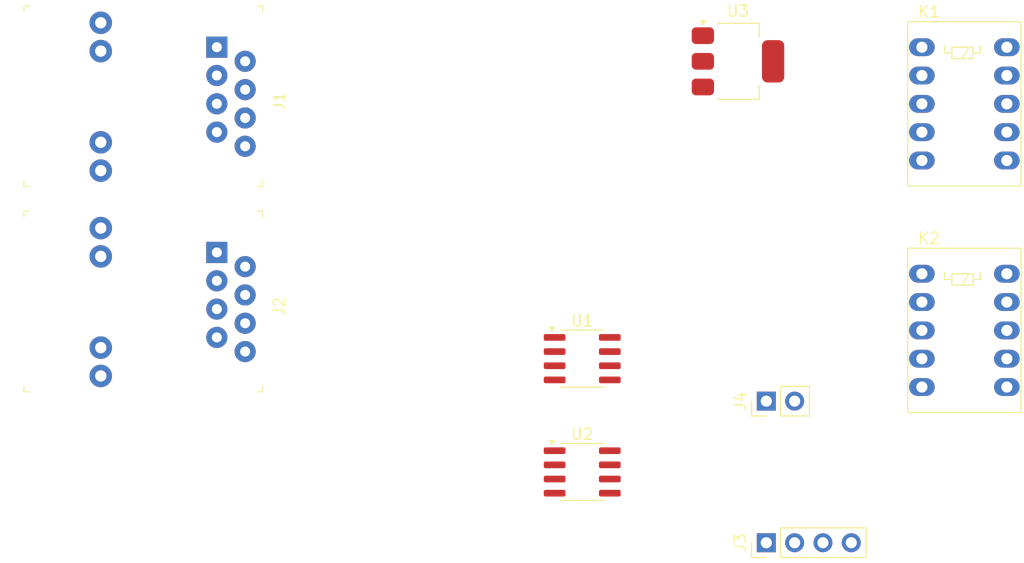
<source format=kicad_pcb>
(kicad_pcb (version 20221018) (generator pcbnew)
  (layers (0 "F.Cu" signal) (31 "B.Cu" signal) (34 "B.Paste" user) (35 "F.Paste" user) (36 "B.SilkS" user "B.Silkscreen") (37 "F.SilkS" user "F.Silkscreen") (38 "B.Mask" user) (39 "F.Mask" user) (44 "Edge.Cuts" user))
  (net 0 "")
  (net 1 "GND")
  (net 18 "GND1")
  (net 19 "+5V")
  (net 20 "+8V")
  (net 21 "/CTXD")
  (net 22 "/CRXD")
  (net 23 "/SPG")
  (net 24 "/SP")
  (net 25 "/MIC")
  (net 26 "/CLN")
  (net 27 "+3.3V")
  (net 28 "/GP17-I2C0_SCL")
  (net 29 "/GP16-I2C0_SDA")
  (footprint "Package_SO:SOIC-8_3.9x4.9mm_P1.27mm" (layer "F.Cu") (at 175.26 119.38)
    (fp_text reference "U2" (at 0 -3.4) (layer "F.SilkS"))
    (fp_text value "ADuM1201AR")
    (fp_line (start 0 -2.56) (end -1.95 -2.56) (stroke (width 0.12)) (layer "F.SilkS"))
    (fp_line (start 0 -2.56) (end 1.95 -2.56) (stroke (width 0.12)) (layer "F.SilkS"))
    (fp_line (start 0 2.56) (end -1.95 2.56) (stroke (width 0.12)) (layer "F.SilkS"))
    (fp_line (start 0 2.56) (end 1.95 2.56) (stroke (width 0.12)) (layer "F.SilkS"))
    (fp_poly (pts (xy -2.7 -2.465) (xy -2.94 -2.795) (xy -2.46 -2.795) (xy -2.7 -2.465)) (stroke (width 0.12)) (fill solid) (layer "F.SilkS"))
    (pad "1" smd roundrect (at -2.475 -1.905) (size 1.95 0.6) (layers "F.Cu" "F.Paste" "F.Mask"))
    (pad "2" smd roundrect (at -2.475 -0.635) (size 1.95 0.6) (layers "F.Cu" "F.Paste" "F.Mask"))
    (pad "3" smd roundrect (at -2.475 0.635) (size 1.95 0.6) (layers "F.Cu" "F.Paste" "F.Mask"))
    (pad "4" smd roundrect (at -2.475 1.905) (size 1.95 0.6) (layers "F.Cu" "F.Paste" "F.Mask"))
    (pad "5" smd roundrect (at 2.475 1.905) (size 1.95 0.6) (layers "F.Cu" "F.Paste" "F.Mask"))
    (pad "6" smd roundrect (at 2.475 0.635) (size 1.95 0.6) (layers "F.Cu" "F.Paste" "F.Mask"))
    (pad "7" smd roundrect (at 2.475 -0.635) (size 1.95 0.6) (layers "F.Cu" "F.Paste" "F.Mask"))
    (pad "8" smd roundrect (at 2.475 -1.905) (size 1.95 0.6) (layers "F.Cu" "F.Paste" "F.Mask"))
  )
  (footprint "digikey-footprints:Ethernet_Jack_ARJC02-111008B" (layer "F.Cu") (at 142.485 99.695 -90)
    (fp_text reference "J2" (at 4.85 -5.61 -90) (layer "F.SilkS"))
    (fp_text value "RJ45")
    (fp_line (start -3.7 -4.1) (end -3.7 -3.6) (stroke (width 0.1)) (layer "F.SilkS"))
    (fp_line (start -3.7 -4.1) (end -3.2 -4.1) (stroke (width 0.1)) (layer "F.SilkS"))
    (fp_line (start -3.7 17.3) (end -3.7 16.8) (stroke (width 0.1)) (layer "F.SilkS"))
    (fp_line (start -3.7 17.3) (end -3.2 17.3) (stroke (width 0.1)) (layer "F.SilkS"))
    (fp_line (start 12.5 -4.1) (end 12 -4.1) (stroke (width 0.1)) (layer "F.SilkS"))
    (fp_line (start 12.5 -4.1) (end 12.5 -3.6) (stroke (width 0.1)) (layer "F.SilkS"))
    (fp_line (start 12.5 17.3) (end 12 17.3) (stroke (width 0.1)) (layer "F.SilkS"))
    (fp_line (start 12.5 17.3) (end 12.5 16.8) (stroke (width 0.1)) (layer "F.SilkS"))
    (pad "" np_thru_hole circle (at -3.43 3.3 270) (size 1.6 1.6) (drill 1.6) (layers "*.Cu" "*.Mask"))
    (pad "" np_thru_hole circle (at -1.27 6.35 270) (size 3.2 3.2) (drill 3.2) (layers "*.Cu" "*.Mask"))
    (pad "" np_thru_hole circle (at 10.16 6.35 270) (size 3.2 3.2) (drill 3.2) (layers "*.Cu" "*.Mask"))
    (pad "" np_thru_hole circle (at 12.32 3.3 270) (size 1.6 1.6) (drill 1.6) (layers "*.Cu" "*.Mask"))
    (pad "1" thru_hole rect (at 0 0 270) (size 1.9 1.9) (drill 0.9) (layers "*.Cu" "*.Mask") (net 21 "/CTXD"))
    (pad "2" thru_hole circle (at 1.27 -2.54 270) (size 1.9 1.9) (drill 0.9) (layers "*.Cu" "*.Mask") (net 22 "/CRXD"))
    (pad "3" thru_hole circle (at 2.54 0 270) (size 1.9 1.9) (drill 0.9) (layers "*.Cu" "*.Mask") (net 20 "+8V"))
    (pad "4" thru_hole circle (at 3.81 -2.54 270) (size 1.9 1.9) (drill 0.9) (layers "*.Cu" "*.Mask") (net 26 "/CLN"))
    (pad "5" thru_hole circle (at 5.08 0 270) (size 1.9 1.9) (drill 0.9) (layers "*.Cu" "*.Mask") (net 25 "/MIC"))
    (pad "6" thru_hole circle (at 6.35 -2.54 270) (size 1.9 1.9) (drill 0.9) (layers "*.Cu" "*.Mask") (net 18 "GND1"))
    (pad "7" thru_hole circle (at 7.62 0 270) (size 1.9 1.9) (drill 0.9) (layers "*.Cu" "*.Mask") (net 24 "/SP"))
    (pad "8" thru_hole circle (at 8.89 -2.54 270) (size 1.9 1.9) (drill 0.9) (layers "*.Cu" "*.Mask") (net 23 "/SPG"))
    (pad "9" thru_hole circle (at -2.185 10.41 270) (size 2.02 2.02) (drill 1.02) (layers "*.Cu" "*.Mask") (net 18 "GND1"))
    (pad "10" thru_hole circle (at 0.355 10.41 270) (size 2.02 2.02) (drill 1.02) (layers "*.Cu" "*.Mask"))
    (pad "11" thru_hole circle (at 8.535 10.41 270) (size 2.02 2.02) (drill 1.02) (layers "*.Cu" "*.Mask"))
    (pad "12" thru_hole circle (at 11.075 10.41 270) (size 2.02 2.02) (drill 1.02) (layers "*.Cu" "*.Mask"))
  )
  (footprint "Connector_PinHeader_2.54mm:PinHeader_1x02_P2.54mm_Vertical" (layer "F.Cu") (at 191.77 113.03 90)
    (fp_text reference "J4" (at 0 -2.33 90) (layer "F.SilkS"))
    (fp_text value "NP")
    (fp_line (start -1.33 -1.33) (end 0 -1.33) (stroke (width 0.12)) (layer "F.SilkS"))
    (fp_line (start -1.33 0) (end -1.33 -1.33) (stroke (width 0.12)) (layer "F.SilkS"))
    (fp_line (start -1.33 1.27) (end -1.33 3.87) (stroke (width 0.12)) (layer "F.SilkS"))
    (fp_line (start -1.33 1.27) (end 1.33 1.27) (stroke (width 0.12)) (layer "F.SilkS"))
    (fp_line (start -1.33 3.87) (end 1.33 3.87) (stroke (width 0.12)) (layer "F.SilkS"))
    (fp_line (start 1.33 1.27) (end 1.33 3.87) (stroke (width 0.12)) (layer "F.SilkS"))
    (pad "1" thru_hole rect (at 0 0 90) (size 1.7 1.7) (drill 1) (layers "*.Cu" "*.Mask") (net 1 "GND"))
    (pad "2" thru_hole oval (at 0 2.54 90) (size 1.7 1.7) (drill 1) (layers "*.Cu" "*.Mask") (net 18 "GND1"))
  )
  (footprint "digikey-footprints:Ethernet_Jack_ARJC02-111008B" (layer "F.Cu") (at 142.485 81.28 -90)
    (fp_text reference "J1" (at 4.85 -5.61 -90) (layer "F.SilkS"))
    (fp_text value "RJ45")
    (fp_line (start -3.7 -4.1) (end -3.7 -3.6) (stroke (width 0.1)) (layer "F.SilkS"))
    (fp_line (start -3.7 -4.1) (end -3.2 -4.1) (stroke (width 0.1)) (layer "F.SilkS"))
    (fp_line (start -3.7 17.3) (end -3.7 16.8) (stroke (width 0.1)) (layer "F.SilkS"))
    (fp_line (start -3.7 17.3) (end -3.2 17.3) (stroke (width 0.1)) (layer "F.SilkS"))
    (fp_line (start 12.5 -4.1) (end 12 -4.1) (stroke (width 0.1)) (layer "F.SilkS"))
    (fp_line (start 12.5 -4.1) (end 12.5 -3.6) (stroke (width 0.1)) (layer "F.SilkS"))
    (fp_line (start 12.5 17.3) (end 12 17.3) (stroke (width 0.1)) (layer "F.SilkS"))
    (fp_line (start 12.5 17.3) (end 12.5 16.8) (stroke (width 0.1)) (layer "F.SilkS"))
    (pad "" np_thru_hole circle (at -3.43 3.3 270) (size 1.6 1.6) (drill 1.6) (layers "*.Cu" "*.Mask"))
    (pad "" np_thru_hole circle (at -1.27 6.35 270) (size 3.2 3.2) (drill 3.2) (layers "*.Cu" "*.Mask"))
    (pad "" np_thru_hole circle (at 10.16 6.35 270) (size 3.2 3.2) (drill 3.2) (layers "*.Cu" "*.Mask"))
    (pad "" np_thru_hole circle (at 12.32 3.3 270) (size 1.6 1.6) (drill 1.6) (layers "*.Cu" "*.Mask"))
    (pad "1" thru_hole rect (at 0 0 270) (size 1.9 1.9) (drill 0.9) (layers "*.Cu" "*.Mask") (net 21 "/CTXD"))
    (pad "2" thru_hole circle (at 1.27 -2.54 270) (size 1.9 1.9) (drill 0.9) (layers "*.Cu" "*.Mask") (net 22 "/CRXD"))
    (pad "3" thru_hole circle (at 2.54 0 270) (size 1.9 1.9) (drill 0.9) (layers "*.Cu" "*.Mask") (net 20 "+8V"))
    (pad "4" thru_hole circle (at 3.81 -2.54 270) (size 1.9 1.9) (drill 0.9) (layers "*.Cu" "*.Mask") (net 26 "/CLN"))
    (pad "5" thru_hole circle (at 5.08 0 270) (size 1.9 1.9) (drill 0.9) (layers "*.Cu" "*.Mask") (net 25 "/MIC"))
    (pad "6" thru_hole circle (at 6.35 -2.54 270) (size 1.9 1.9) (drill 0.9) (layers "*.Cu" "*.Mask") (net 18 "GND1"))
    (pad "7" thru_hole circle (at 7.62 0 270) (size 1.9 1.9) (drill 0.9) (layers "*.Cu" "*.Mask") (net 24 "/SP"))
    (pad "8" thru_hole circle (at 8.89 -2.54 270) (size 1.9 1.9) (drill 0.9) (layers "*.Cu" "*.Mask") (net 23 "/SPG"))
    (pad "9" thru_hole circle (at -2.185 10.41 270) (size 2.02 2.02) (drill 1.02) (layers "*.Cu" "*.Mask") (net 18 "GND1"))
    (pad "10" thru_hole circle (at 0.355 10.41 270) (size 2.02 2.02) (drill 1.02) (layers "*.Cu" "*.Mask"))
    (pad "11" thru_hole circle (at 8.535 10.41 270) (size 2.02 2.02) (drill 1.02) (layers "*.Cu" "*.Mask"))
    (pad "12" thru_hole circle (at 11.075 10.41 270) (size 2.02 2.02) (drill 1.02) (layers "*.Cu" "*.Mask"))
  )
  (footprint "Connector_PinHeader_2.54mm:PinHeader_1x04_P2.54mm_Vertical" (layer "F.Cu") (at 191.77 125.73 90)
    (fp_text reference "J3" (at 0 -2.33 90) (layer "F.SilkS"))
    (fp_text value "~")
    (fp_line (start -1.33 -1.33) (end 0 -1.33) (stroke (width 0.12)) (layer "F.SilkS"))
    (fp_line (start -1.33 0) (end -1.33 -1.33) (stroke (width 0.12)) (layer "F.SilkS"))
    (fp_line (start -1.33 1.27) (end -1.33 8.95) (stroke (width 0.12)) (layer "F.SilkS"))
    (fp_line (start -1.33 1.27) (end 1.33 1.27) (stroke (width 0.12)) (layer "F.SilkS"))
    (fp_line (start -1.33 8.95) (end 1.33 8.95) (stroke (width 0.12)) (layer "F.SilkS"))
    (fp_line (start 1.33 1.27) (end 1.33 8.95) (stroke (width 0.12)) (layer "F.SilkS"))
    (pad "1" thru_hole rect (at 0 0 90) (size 1.7 1.7) (drill 1) (layers "*.Cu" "*.Mask") (net 1 "GND"))
    (pad "2" thru_hole oval (at 0 2.54 90) (size 1.7 1.7) (drill 1) (layers "*.Cu" "*.Mask") (net 27 "+3.3V"))
    (pad "3" thru_hole oval (at 0 5.08 90) (size 1.7 1.7) (drill 1) (layers "*.Cu" "*.Mask") (net 28 "/GP17-I2C0_SCL"))
    (pad "4" thru_hole oval (at 0 7.62 90) (size 1.7 1.7) (drill 1) (layers "*.Cu" "*.Mask") (net 29 "/GP16-I2C0_SDA"))
  )
  (footprint "Package_TO_SOT_SMD:SOT-223-3_TabPin2" (layer "F.Cu") (at 189.23 82.55)
    (fp_text reference "U3" (at 0 -4.5) (layer "F.SilkS"))
    (fp_text value "AMS1117-5.0")
    (fp_line (start -1.85 -3.41) (end 1.91 -3.41) (stroke (width 0.12)) (layer "F.SilkS"))
    (fp_line (start -1.85 3.41) (end 1.91 3.41) (stroke (width 0.12)) (layer "F.SilkS"))
    (fp_line (start 1.91 -3.41) (end 1.91 -2.15) (stroke (width 0.12)) (layer "F.SilkS"))
    (fp_line (start 1.91 3.41) (end 1.91 2.15) (stroke (width 0.12)) (layer "F.SilkS"))
    (fp_poly (pts (xy -3.13 -3.31) (xy -3.37 -3.64) (xy -2.89 -3.64) (xy -3.13 -3.31)) (stroke (width 0.12)) (fill solid) (layer "F.SilkS"))
    (pad "1" smd roundrect (at -3.15 -2.3) (size 2 1.5) (layers "F.Cu" "F.Paste" "F.Mask") (net 18 "GND1"))
    (pad "2" smd roundrect (at -3.15 0) (size 2 1.5) (layers "F.Cu" "F.Paste" "F.Mask") (net 19 "+5V"))
    (pad "2" smd roundrect (at 3.15 0) (size 2 3.8) (layers "F.Cu" "F.Paste" "F.Mask") (net 19 "+5V"))
    (pad "3" smd roundrect (at -3.15 2.3) (size 2 1.5) (layers "F.Cu" "F.Paste" "F.Mask") (net 20 "+8V"))
  )
  (footprint "Relay_THT:Relay_DPDT_FRT5" (layer "F.Cu") (at 205.725 81.285)
    (fp_text reference "K1" (at 0.635 -3.175) (layer "F.SilkS"))
    (fp_text value "Relay_DPDT")
    (fp_line (start -1.27 -2.286) (end 8.89 -2.286) (stroke (width 0.12)) (layer "F.SilkS"))
    (fp_line (start -1.27 12.446) (end -1.27 -2.286) (stroke (width 0.12)) (layer "F.SilkS"))
    (fp_line (start 2.032 -0.127) (end 2.032 0.508) (stroke (width 0.12)) (layer "F.SilkS"))
    (fp_line (start 2.032 0.508) (end 2.692 0.508) (stroke (width 0.12)) (layer "F.SilkS"))
    (fp_line (start 2.692 0) (end 2.692 1.016) (stroke (width 0.12)) (layer "F.SilkS"))
    (fp_line (start 2.692 1.016) (end 4.597 1.016) (stroke (width 0.12)) (layer "F.SilkS"))
    (fp_line (start 4.216 0) (end 3.581 1.016) (stroke (width 0.12)) (layer "F.SilkS"))
    (fp_line (start 4.597 0) (end 2.692 0) (stroke (width 0.12)) (layer "F.SilkS"))
    (fp_line (start 4.597 0) (end 4.597 1.016) (stroke (width 0.12)) (layer "F.SilkS"))
    (fp_line (start 5.232 -0.127) (end 5.232 0.508) (stroke (width 0.12)) (layer "F.SilkS"))
    (fp_line (start 5.232 0.508) (end 4.597 0.508) (stroke (width 0.12)) (layer "F.SilkS"))
    (fp_line (start 8.89 -2.286) (end 8.89 12.446) (stroke (width 0.12)) (layer "F.SilkS"))
    (fp_line (start 8.89 12.446) (end -1.27 12.446) (stroke (width 0.12)) (layer "F.SilkS"))
    (pad "1" thru_hole oval (at 0 0) (size 2.3 1.6) (drill 1) (layers "*.Cu" "*.Mask"))
    (pad "2" thru_hole oval (at 0 2.54) (size 2.3 1.6) (drill 1) (layers "*.Cu" "*.Mask"))
    (pad "3" thru_hole oval (at 0 5.08) (size 2.3 1.6) (drill 1) (layers "*.Cu" "*.Mask"))
    (pad "4" thru_hole oval (at 0 7.62) (size 2.3 1.6) (drill 1) (layers "*.Cu" "*.Mask"))
    (pad "5" thru_hole oval (at 0 10.16) (size 2.3 1.6) (drill 1) (layers "*.Cu" "*.Mask"))
    (pad "6" thru_hole oval (at 7.62 10.16) (size 2.3 1.6) (drill 1) (layers "*.Cu" "*.Mask"))
    (pad "7" thru_hole oval (at 7.62 7.62) (size 2.3 1.6) (drill 1) (layers "*.Cu" "*.Mask"))
    (pad "8" thru_hole oval (at 7.62 5.08) (size 2.3 1.6) (drill 1) (layers "*.Cu" "*.Mask"))
    (pad "9" thru_hole oval (at 7.62 2.54) (size 2.3 1.6) (drill 1) (layers "*.Cu" "*.Mask"))
    (pad "10" thru_hole oval (at 7.62 0) (size 2.3 1.6) (drill 1) (layers "*.Cu" "*.Mask"))
  )
  (footprint "Relay_THT:Relay_DPDT_FRT5" (layer "F.Cu") (at 205.725 101.605)
    (fp_text reference "K2" (at 0.635 -3.175) (layer "F.SilkS"))
    (fp_text value "Relay_DPDT")
    (fp_line (start -1.27 -2.286) (end 8.89 -2.286) (stroke (width 0.12)) (layer "F.SilkS"))
    (fp_line (start -1.27 12.446) (end -1.27 -2.286) (stroke (width 0.12)) (layer "F.SilkS"))
    (fp_line (start 2.032 -0.127) (end 2.032 0.508) (stroke (width 0.12)) (layer "F.SilkS"))
    (fp_line (start 2.032 0.508) (end 2.692 0.508) (stroke (width 0.12)) (layer "F.SilkS"))
    (fp_line (start 2.692 0) (end 2.692 1.016) (stroke (width 0.12)) (layer "F.SilkS"))
    (fp_line (start 2.692 1.016) (end 4.597 1.016) (stroke (width 0.12)) (layer "F.SilkS"))
    (fp_line (start 4.216 0) (end 3.581 1.016) (stroke (width 0.12)) (layer "F.SilkS"))
    (fp_line (start 4.597 0) (end 2.692 0) (stroke (width 0.12)) (layer "F.SilkS"))
    (fp_line (start 4.597 0) (end 4.597 1.016) (stroke (width 0.12)) (layer "F.SilkS"))
    (fp_line (start 5.232 -0.127) (end 5.232 0.508) (stroke (width 0.12)) (layer "F.SilkS"))
    (fp_line (start 5.232 0.508) (end 4.597 0.508) (stroke (width 0.12)) (layer "F.SilkS"))
    (fp_line (start 8.89 -2.286) (end 8.89 12.446) (stroke (width 0.12)) (layer "F.SilkS"))
    (fp_line (start 8.89 12.446) (end -1.27 12.446) (stroke (width 0.12)) (layer "F.SilkS"))
    (pad "1" thru_hole oval (at 0 0) (size 2.3 1.6) (drill 1) (layers "*.Cu" "*.Mask"))
    (pad "2" thru_hole oval (at 0 2.54) (size 2.3 1.6) (drill 1) (layers "*.Cu" "*.Mask"))
    (pad "3" thru_hole oval (at 0 5.08) (size 2.3 1.6) (drill 1) (layers "*.Cu" "*.Mask"))
    (pad "4" thru_hole oval (at 0 7.62) (size 2.3 1.6) (drill 1) (layers "*.Cu" "*.Mask"))
    (pad "5" thru_hole oval (at 0 10.16) (size 2.3 1.6) (drill 1) (layers "*.Cu" "*.Mask"))
    (pad "6" thru_hole oval (at 7.62 10.16) (size 2.3 1.6) (drill 1) (layers "*.Cu" "*.Mask"))
    (pad "7" thru_hole oval (at 7.62 7.62) (size 2.3 1.6) (drill 1) (layers "*.Cu" "*.Mask"))
    (pad "8" thru_hole oval (at 7.62 5.08) (size 2.3 1.6) (drill 1) (layers "*.Cu" "*.Mask"))
    (pad "9" thru_hole oval (at 7.62 2.54) (size 2.3 1.6) (drill 1) (layers "*.Cu" "*.Mask"))
    (pad "10" thru_hole oval (at 7.62 0) (size 2.3 1.6) (drill 1) (layers "*.Cu" "*.Mask"))
  )
  (footprint "Package_SO:SOIC-8_3.9x4.9mm_P1.27mm" (layer "F.Cu") (at 175.26 109.22)
    (fp_text reference "U1" (at 0 -3.4) (layer "F.SilkS"))
    (fp_text value "ADuM1201AR")
    (fp_line (start 0 -2.56) (end -1.95 -2.56) (stroke (width 0.12)) (layer "F.SilkS"))
    (fp_line (start 0 -2.56) (end 1.95 -2.56) (stroke (width 0.12)) (layer "F.SilkS"))
    (fp_line (start 0 2.56) (end -1.95 2.56) (stroke (width 0.12)) (layer "F.SilkS"))
    (fp_line (start 0 2.56) (end 1.95 2.56) (stroke (width 0.12)) (layer "F.SilkS"))
    (fp_poly (pts (xy -2.7 -2.465) (xy -2.94 -2.795) (xy -2.46 -2.795) (xy -2.7 -2.465)) (stroke (width 0.12)) (fill solid) (layer "F.SilkS"))
    (pad "1" smd roundrect (at -2.475 -1.905) (size 1.95 0.6) (layers "F.Cu" "F.Paste" "F.Mask"))
    (pad "2" smd roundrect (at -2.475 -0.635) (size 1.95 0.6) (layers "F.Cu" "F.Paste" "F.Mask"))
    (pad "3" smd roundrect (at -2.475 0.635) (size 1.95 0.6) (layers "F.Cu" "F.Paste" "F.Mask"))
    (pad "4" smd roundrect (at -2.475 1.905) (size 1.95 0.6) (layers "F.Cu" "F.Paste" "F.Mask"))
    (pad "5" smd roundrect (at 2.475 1.905) (size 1.95 0.6) (layers "F.Cu" "F.Paste" "F.Mask"))
    (pad "6" smd roundrect (at 2.475 0.635) (size 1.95 0.6) (layers "F.Cu" "F.Paste" "F.Mask"))
    (pad "7" smd roundrect (at 2.475 -0.635) (size 1.95 0.6) (layers "F.Cu" "F.Paste" "F.Mask"))
    (pad "8" smd roundrect (at 2.475 -1.905) (size 1.95 0.6) (layers "F.Cu" "F.Paste" "F.Mask"))
  )
)
</source>
